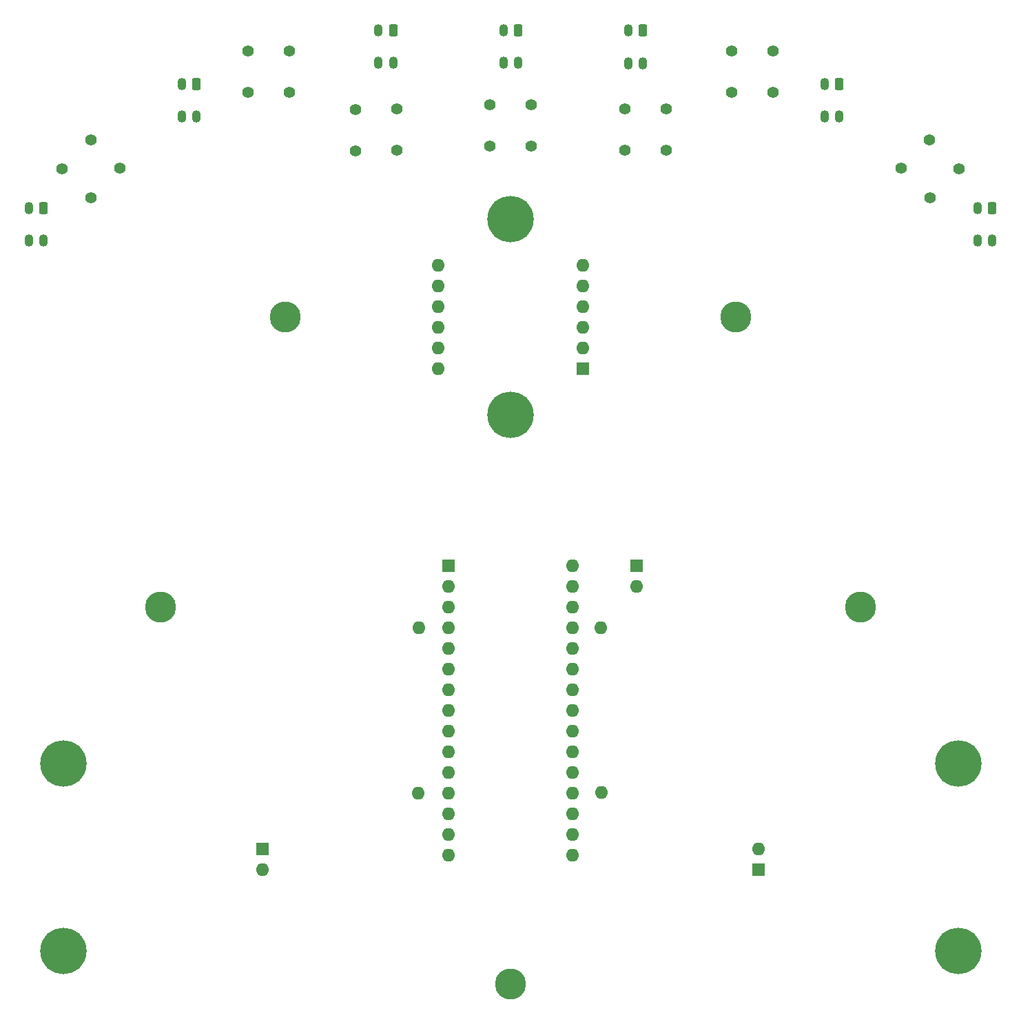
<source format=gbr>
%TF.GenerationSoftware,KiCad,Pcbnew,9.0.7*%
%TF.CreationDate,2026-02-10T22:33:51+01:00*%
%TF.ProjectId,LinefollowerMK1,4c696e65-666f-46c6-9c6f-7765724d4b31,rev?*%
%TF.SameCoordinates,Original*%
%TF.FileFunction,Soldermask,Top*%
%TF.FilePolarity,Negative*%
%FSLAX46Y46*%
G04 Gerber Fmt 4.6, Leading zero omitted, Abs format (unit mm)*
G04 Created by KiCad (PCBNEW 9.0.7) date 2026-02-10 22:33:51*
%MOMM*%
%LPD*%
G01*
G04 APERTURE LIST*
G04 Aperture macros list*
%AMRoundRect*
0 Rectangle with rounded corners*
0 $1 Rounding radius*
0 $2 $3 $4 $5 $6 $7 $8 $9 X,Y pos of 4 corners*
0 Add a 4 corners polygon primitive as box body*
4,1,4,$2,$3,$4,$5,$6,$7,$8,$9,$2,$3,0*
0 Add four circle primitives for the rounded corners*
1,1,$1+$1,$2,$3*
1,1,$1+$1,$4,$5*
1,1,$1+$1,$6,$7*
1,1,$1+$1,$8,$9*
0 Add four rect primitives between the rounded corners*
20,1,$1+$1,$2,$3,$4,$5,0*
20,1,$1+$1,$4,$5,$6,$7,0*
20,1,$1+$1,$6,$7,$8,$9,0*
20,1,$1+$1,$8,$9,$2,$3,0*%
G04 Aperture macros list end*
%ADD10O,1.600000X1.600000*%
%ADD11C,1.400000*%
%ADD12C,3.800000*%
%ADD13C,5.700000*%
%ADD14R,1.600000X1.600000*%
%ADD15RoundRect,0.275000X0.275000X0.475000X-0.275000X0.475000X-0.275000X-0.475000X0.275000X-0.475000X0*%
%ADD16O,1.100000X1.500000*%
G04 APERTURE END LIST*
D10*
%TO.C,*%
X166522400Y-104902000D03*
%TD*%
%TO.C,*%
X166420800Y-125222000D03*
%TD*%
D11*
%TO.C,R6*%
X158749999Y-46355000D03*
X158749999Y-41275001D03*
%TD*%
D12*
%TO.C,*%
X134772400Y-102387400D03*
%TD*%
D13*
%TO.C,*%
X177800000Y-78740000D03*
%TD*%
D11*
%TO.C,R5*%
X163829999Y-46227999D03*
X163829999Y-41148000D03*
%TD*%
D14*
%TO.C,REF\u002A\u002A*%
X147319999Y-132080000D03*
D10*
X147319999Y-134620000D03*
%TD*%
D12*
%TO.C,*%
X177800000Y-148717000D03*
%TD*%
D10*
%TO.C,*%
X188925200Y-104902000D03*
%TD*%
D11*
%TO.C,R9*%
X191846199Y-46291499D03*
X191846199Y-41211500D03*
%TD*%
D13*
%TO.C,*%
X122809000Y-144602200D03*
%TD*%
D11*
%TO.C,R4*%
X150621998Y-39116000D03*
X145541999Y-39116000D03*
%TD*%
%TO.C,R3*%
X150621998Y-34036000D03*
X145541999Y-34036000D03*
%TD*%
D10*
%TO.C,*%
X188950600Y-125145800D03*
%TD*%
D12*
%TO.C,*%
X150088600Y-66725800D03*
%TD*%
D13*
%TO.C,*%
X177800000Y-54686200D03*
%TD*%
%TO.C,*%
X232816400Y-144602200D03*
%TD*%
%TO.C,*%
X232816400Y-121615200D03*
%TD*%
D12*
%TO.C,*%
X205511400Y-66751200D03*
%TD*%
D11*
%TO.C,R2*%
X129830101Y-48477898D03*
X126237999Y-52070000D03*
%TD*%
%TO.C,R13*%
X229311199Y-44958000D03*
X232903301Y-48550102D03*
%TD*%
%TO.C,R11*%
X204977999Y-34036000D03*
X210057999Y-34036000D03*
%TD*%
D14*
%TO.C,REF\u002A\u002A*%
X193293999Y-97282000D03*
D10*
X193293999Y-99822000D03*
%TD*%
D14*
%TO.C,A1*%
X170190000Y-97282000D03*
D10*
X170190000Y-99822000D03*
X170190000Y-102362000D03*
X170190000Y-104902000D03*
X170190000Y-107442000D03*
X170190000Y-109982000D03*
X170190000Y-112522000D03*
X170190000Y-115062000D03*
X170190000Y-117602000D03*
X170190000Y-120142000D03*
X170190000Y-122682000D03*
X170190000Y-125222000D03*
X170190000Y-127762000D03*
X170190000Y-130302000D03*
X170190000Y-132842000D03*
X185430000Y-132842000D03*
X185430000Y-130302000D03*
X185430000Y-127762000D03*
X185430000Y-125222000D03*
X185430000Y-122682000D03*
X185430000Y-120142000D03*
X185430000Y-117602000D03*
X185430000Y-115062000D03*
X185430000Y-112522000D03*
X185430000Y-109982000D03*
X185430000Y-107442000D03*
X185430000Y-104902000D03*
X185430000Y-102362000D03*
X185430000Y-99822000D03*
X185430000Y-97282000D03*
%TD*%
D11*
%TO.C,R12*%
X204977999Y-39116000D03*
X210057999Y-39116000D03*
%TD*%
%TO.C,R1*%
X126274101Y-44958000D03*
X122681999Y-48550102D03*
%TD*%
D14*
%TO.C,J2*%
X186690000Y-73126600D03*
D10*
X186690000Y-70586600D03*
X186690000Y-68046600D03*
X186690000Y-65506600D03*
X186690000Y-62966600D03*
X186690000Y-60426600D03*
X168910000Y-73126600D03*
X168910000Y-70586600D03*
X168910000Y-68046600D03*
X168910000Y-65506600D03*
X168910000Y-62966600D03*
X168910000Y-60426600D03*
%TD*%
D13*
%TO.C,*%
X122809000Y-121615200D03*
%TD*%
D11*
%TO.C,R14*%
X225780599Y-48488600D03*
X229372701Y-52080702D03*
%TD*%
D14*
%TO.C,REF\u002A\u002A*%
X208280000Y-134620000D03*
D10*
X208280000Y-132080000D03*
%TD*%
D11*
%TO.C,R10*%
X196926199Y-46291499D03*
X196926199Y-41211500D03*
%TD*%
%TO.C,R8*%
X175259999Y-45720000D03*
X175259999Y-40640001D03*
%TD*%
%TO.C,R7*%
X180339999Y-45719999D03*
X180339999Y-40640000D03*
%TD*%
D12*
%TO.C,*%
X220827600Y-102387400D03*
%TD*%
D15*
%TO.C,U5*%
X194077999Y-31546800D03*
D16*
X194077999Y-35546800D03*
X192277999Y-35546800D03*
X192277999Y-31546800D03*
%TD*%
D15*
%TO.C,U3*%
X163360000Y-31528000D03*
D16*
X163360000Y-35528000D03*
X161560000Y-35528000D03*
X161560000Y-31528000D03*
%TD*%
D15*
%TO.C,U2*%
X139191999Y-38100000D03*
D16*
X139191999Y-42100000D03*
X137391999Y-42100000D03*
X137391999Y-38100000D03*
%TD*%
D15*
%TO.C,U6*%
X218207999Y-38100000D03*
D16*
X218207999Y-42100000D03*
X216407999Y-42100000D03*
X216407999Y-38100000D03*
%TD*%
D15*
%TO.C,U1*%
X120395999Y-53365400D03*
D16*
X120395999Y-57365400D03*
X118595999Y-57365400D03*
X118595999Y-53365400D03*
%TD*%
D15*
%TO.C,U7*%
X237007399Y-53365400D03*
D16*
X237007399Y-57365400D03*
X235207399Y-57365400D03*
X235207399Y-53365400D03*
%TD*%
D15*
%TO.C,U4*%
X178710999Y-31528000D03*
D16*
X178710999Y-35528000D03*
X176910999Y-35528000D03*
X176910999Y-31528000D03*
%TD*%
M02*

</source>
